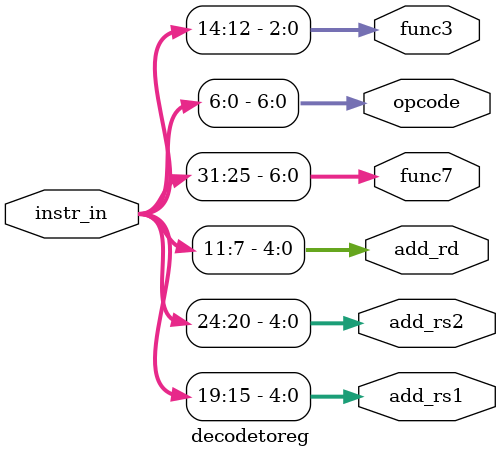
<source format=sv>
module decodetoreg #(
    parameter ADD_WIDTH = 5, 
    parameter DATA_WIDTH = 32
) (
    input logic [DATA_WIDTH-1:0] instr_in,
    output logic [ADD_WIDTH-1:0] add_rs1, add_rs2, add_rd,
    output logic [6:0] func7, opcode,
    output logic [2:0] func3
);

assign func7  = instr_in[31:25];
assign add_rs2 = instr_in[24:20];
assign add_rs1 = instr_in[19:15];
assign func3  = instr_in[14:12];
assign add_rd = instr_in[11:7];
assign opcode = instr_in[6:0];

endmodule

</source>
